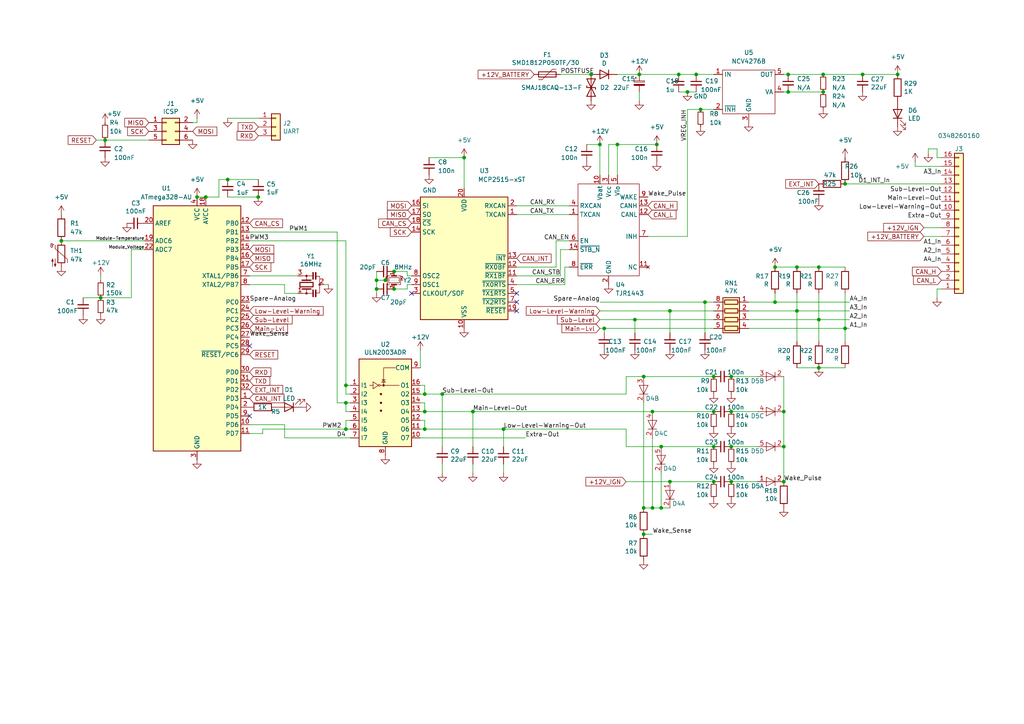
<source format=kicad_sch>
(kicad_sch (version 20230121) (generator eeschema)
  (paper "A4")
  (junction (at 190.5 41.91))
  (junction (at 74.8761 57.15))
  (junction (at 204.47 87.63))
  (junction (at 123.19 119.38))
  (junction (at 123.19 124.46))
  (junction (at 189.23 147.32))
  (junction (at 227.33 119.38))
  (junction (at 194.31 90.17))
  (junction (at 227.33 139.7))
  (junction (at 228.6 26.67))
  (junction (at 186.69 147.32))
  (junction (at 207.01 139.7))
  (junction (at 191.77 147.32))
  (junction (at 245.11 95.25))
  (junction (at 184.15 92.71))
  (junction (at 185.42 21.59))
  (junction (at 100.33 124.46))
  (junction (at 186.69 109.22))
  (junction (at 171.45 21.59))
  (junction (at 59.69 57.15))
  (junction (at 194.31 139.7))
  (junction (at 189.23 119.38))
  (junction (at 173.99 41.91))
  (junction (at 238.76 26.67))
  (junction (at 231.14 90.17))
  (junction (at 250.19 21.59))
  (junction (at 114.3 78.74))
  (junction (at 237.49 106.68))
  (junction (at 17.78 69.85))
  (junction (at 123.19 114.3))
  (junction (at 231.14 77.47))
  (junction (at 201.93 21.59))
  (junction (at 196.85 21.59))
  (junction (at 134.62 45.72))
  (junction (at 228.6 21.59))
  (junction (at 66.04 52.07))
  (junction (at 207.01 129.54))
  (junction (at 224.79 87.63))
  (junction (at 179.07 41.91))
  (junction (at 109.22 83.82))
  (junction (at 146.05 124.46))
  (junction (at 109.22 81.28))
  (junction (at 212.09 139.7))
  (junction (at 137.16 119.38))
  (junction (at 100.33 111.76))
  (junction (at 237.49 92.71))
  (junction (at 114.3 83.82))
  (junction (at 207.01 109.22))
  (junction (at 186.69 154.94))
  (junction (at 175.26 95.25))
  (junction (at 212.09 129.54))
  (junction (at 30.48 40.64))
  (junction (at 227.33 129.54))
  (junction (at 224.79 77.47))
  (junction (at 207.01 119.38))
  (junction (at 212.09 109.22))
  (junction (at 212.09 119.38))
  (junction (at 29.21 86.36))
  (junction (at 260.35 21.59))
  (junction (at 245.11 53.34))
  (junction (at 111.76 81.28))
  (junction (at 203.2 31.75))
  (junction (at 237.49 77.47))
  (junction (at 57.15 57.15))
  (junction (at 128.27 114.3))
  (junction (at 238.76 21.59))
  (junction (at 199.39 26.67) (diameter 0.9144))
  (junction (at 100.33 116.84))
  (junction (at 191.77 129.54))
  (no_connect (at 149.86 85.09))
  (no_connect (at 149.86 90.17))
  (no_connect (at 72.39 120.65))
  (no_connect (at 149.86 87.63))
  (no_connect (at 119.38 85.09))
  (no_connect (at 72.39 100.33))
  (wire (pts (xy 227.33 109.22) (xy 227.33 119.38)))
  (wire (pts (xy 82.55 85.09) (xy 86.36 85.09)))
  (wire (pts (xy 66.04 34.29) (xy 74.93 34.29)))
  (wire (pts (xy 128.27 137.16) (xy 128.27 134.62)))
  (wire (pts (xy 17.78 69.85) (xy 41.91 69.85)))
  (wire (pts (xy 128.27 114.3) (xy 128.27 129.54)))
  (wire (pts (xy 212.09 129.54) (xy 219.71 129.54)))
  (wire (pts (xy 186.69 109.22) (xy 207.01 109.22)))
  (wire (pts (xy 173.99 41.91) (xy 170.18 41.91)))
  (wire (pts (xy 228.6 26.67) (xy 238.76 26.67)))
  (wire (pts (xy 118.11 80.01) (xy 119.38 80.01)))
  (wire (pts (xy 237.49 77.47) (xy 245.11 77.47)))
  (wire (pts (xy 224.79 77.47) (xy 231.14 77.47)))
  (wire (pts (xy 224.79 87.63) (xy 217.17 87.63)))
  (wire (pts (xy 237.49 92.71) (xy 237.49 99.06)))
  (wire (pts (xy 72.39 82.55) (xy 82.55 82.55)))
  (wire (pts (xy 30.48 40.64) (xy 43.18 40.64)))
  (wire (pts (xy 82.55 82.55) (xy 82.55 85.09)))
  (wire (pts (xy 217.17 92.71) (xy 237.49 92.71)))
  (wire (pts (xy 59.69 57.15) (xy 63.5 57.15)))
  (wire (pts (xy 118.11 82.55) (xy 118.11 83.82)))
  (wire (pts (xy 185.42 26.67) (xy 185.42 29.21)))
  (wire (pts (xy 212.09 119.38) (xy 219.71 119.38)))
  (wire (pts (xy 212.09 139.7) (xy 219.71 139.7)))
  (wire (pts (xy 191.77 147.32) (xy 194.31 147.32)))
  (wire (pts (xy 109.22 81.28) (xy 109.22 83.82)))
  (wire (pts (xy 123.19 119.38) (xy 137.16 119.38)))
  (wire (pts (xy 189.23 119.38) (xy 207.01 119.38)))
  (wire (pts (xy 191.77 129.54) (xy 207.01 129.54)))
  (wire (pts (xy 199.39 31.75) (xy 203.2 31.75)))
  (wire (pts (xy 176.53 50.8) (xy 176.53 41.91)))
  (wire (pts (xy 173.99 92.71) (xy 184.15 92.71)))
  (wire (pts (xy 217.17 95.25) (xy 245.11 95.25)))
  (wire (pts (xy 97.79 67.31) (xy 72.39 67.31)))
  (wire (pts (xy 204.47 87.63) (xy 207.01 87.63)))
  (wire (pts (xy 76.2 125.73) (xy 72.39 125.73)))
  (wire (pts (xy 121.92 116.84) (xy 123.19 116.84)))
  (wire (pts (xy 162.56 72.39) (xy 165.1 72.39)))
  (wire (pts (xy 173.99 95.25) (xy 175.26 95.25)))
  (wire (pts (xy 146.05 124.46) (xy 123.19 124.46)))
  (wire (pts (xy 201.93 21.59) (xy 207.01 21.59)))
  (wire (pts (xy 66.04 57.15) (xy 74.8761 57.15)))
  (wire (pts (xy 273.05 83.82) (xy 271.78 83.82)))
  (wire (pts (xy 199.39 68.58) (xy 199.39 31.75)))
  (wire (pts (xy 199.39 26.67) (xy 201.93 26.67)))
  (wire (pts (xy 204.47 87.63) (xy 204.47 96.52)))
  (wire (pts (xy 123.19 114.3) (xy 128.27 114.3)))
  (wire (pts (xy 186.69 116.84) (xy 186.69 147.32)))
  (wire (pts (xy 271.78 83.82) (xy 271.78 86.36)))
  (wire (pts (xy 121.92 121.92) (xy 123.19 121.92)))
  (wire (pts (xy 237.49 85.09) (xy 237.49 92.71)))
  (wire (pts (xy 137.16 119.38) (xy 137.16 129.54)))
  (wire (pts (xy 271.78 45.72) (xy 271.78 43.18)))
  (wire (pts (xy 224.79 87.63) (xy 246.38 87.63)))
  (wire (pts (xy 185.42 21.59) (xy 196.85 21.59)))
  (wire (pts (xy 101.6 111.76) (xy 100.33 111.76)))
  (wire (pts (xy 63.5 57.15) (xy 63.5 52.07)))
  (wire (pts (xy 119.38 82.55) (xy 118.11 82.55)))
  (wire (pts (xy 29.21 80.01) (xy 29.21 81.28)))
  (wire (pts (xy 57.15 57.15) (xy 59.69 57.15)))
  (wire (pts (xy 27.94 40.64) (xy 30.48 40.64)))
  (wire (pts (xy 273.05 45.72) (xy 271.78 45.72)))
  (wire (pts (xy 101.6 124.46) (xy 100.33 124.46)))
  (wire (pts (xy 187.96 68.58) (xy 199.39 68.58)))
  (wire (pts (xy 76.2 124.46) (xy 76.2 125.73)))
  (wire (pts (xy 231.14 85.09) (xy 231.14 90.17)))
  (wire (pts (xy 238.76 21.59) (xy 250.19 21.59)))
  (wire (pts (xy 227.33 26.67) (xy 228.6 26.67)))
  (wire (pts (xy 123.19 116.84) (xy 123.19 119.38)))
  (wire (pts (xy 194.31 90.17) (xy 194.31 96.52)))
  (wire (pts (xy 181.61 109.22) (xy 186.69 109.22)))
  (wire (pts (xy 66.04 52.07) (xy 74.93 52.07)))
  (wire (pts (xy 186.69 147.32) (xy 189.23 147.32)))
  (wire (pts (xy 250.19 21.59) (xy 260.35 21.59)))
  (wire (pts (xy 146.05 134.62) (xy 146.05 137.16)))
  (wire (pts (xy 149.86 59.69) (xy 165.1 59.69)))
  (wire (pts (xy 38.1 72.39) (xy 41.91 72.39)))
  (wire (pts (xy 101.6 121.92) (xy 100.33 121.92)))
  (wire (pts (xy 97.79 116.84) (xy 97.79 67.31)))
  (wire (pts (xy 162.56 80.01) (xy 162.56 72.39)))
  (wire (pts (xy 97.79 116.84) (xy 100.33 116.84)))
  (wire (pts (xy 162.56 21.59) (xy 171.45 21.59)))
  (wire (pts (xy 82.55 123.19) (xy 82.55 127)))
  (wire (pts (xy 269.24 43.18) (xy 269.24 44.45)))
  (wire (pts (xy 123.19 124.46) (xy 121.92 124.46)))
  (wire (pts (xy 189.23 127) (xy 189.23 147.32)))
  (wire (pts (xy 227.33 119.38) (xy 227.33 129.54)))
  (wire (pts (xy 173.99 41.91) (xy 173.99 50.8)))
  (wire (pts (xy 38.1 86.36) (xy 38.1 72.39)))
  (wire (pts (xy 227.33 129.54) (xy 227.33 139.7)))
  (wire (pts (xy 149.86 80.01) (xy 162.56 80.01)))
  (wire (pts (xy 100.33 116.84) (xy 100.33 119.38)))
  (wire (pts (xy 237.49 92.71) (xy 246.38 92.71)))
  (wire (pts (xy 181.61 114.3) (xy 181.61 109.22)))
  (wire (pts (xy 184.15 92.71) (xy 184.15 96.52)))
  (wire (pts (xy 186.69 154.94) (xy 189.23 154.94)))
  (wire (pts (xy 114.3 83.82) (xy 118.11 83.82)))
  (wire (pts (xy 231.14 90.17) (xy 246.38 90.17)))
  (wire (pts (xy 224.79 85.09) (xy 224.79 87.63)))
  (wire (pts (xy 74.8761 57.15) (xy 74.93 57.15)))
  (wire (pts (xy 128.27 114.3) (xy 181.61 114.3)))
  (wire (pts (xy 63.5 52.07) (xy 66.04 52.07)))
  (wire (pts (xy 123.19 119.38) (xy 121.92 119.38)))
  (wire (pts (xy 196.85 26.67) (xy 199.39 26.67)))
  (wire (pts (xy 121.92 114.3) (xy 123.19 114.3)))
  (wire (pts (xy 57.15 35.56) (xy 57.15 34.29)))
  (wire (pts (xy 245.11 106.68) (xy 237.49 106.68)))
  (wire (pts (xy 118.11 78.74) (xy 118.11 80.01)))
  (wire (pts (xy 100.33 121.92) (xy 100.33 124.46)))
  (wire (pts (xy 181.61 129.54) (xy 191.77 129.54)))
  (wire (pts (xy 149.86 82.55) (xy 163.83 82.55)))
  (wire (pts (xy 95.25 82.55) (xy 93.98 82.55)))
  (wire (pts (xy 123.19 111.76) (xy 123.19 114.3)))
  (wire (pts (xy 100.33 119.38) (xy 101.6 119.38)))
  (wire (pts (xy 231.14 90.17) (xy 231.14 99.06)))
  (wire (pts (xy 76.2 124.46) (xy 100.33 124.46)))
  (wire (pts (xy 273.05 48.26) (xy 265.43 48.26)))
  (wire (pts (xy 191.77 137.16) (xy 191.77 147.32)))
  (wire (pts (xy 137.16 119.38) (xy 189.23 119.38)))
  (wire (pts (xy 29.21 86.36) (xy 38.1 86.36)))
  (wire (pts (xy 72.39 80.01) (xy 86.36 80.01)))
  (wire (pts (xy 203.2 31.75) (xy 207.01 31.75)))
  (wire (pts (xy 121.92 111.76) (xy 123.19 111.76)))
  (wire (pts (xy 124.46 45.72) (xy 134.62 45.72)))
  (wire (pts (xy 173.99 87.63) (xy 204.47 87.63)))
  (wire (pts (xy 111.76 81.28) (xy 116.84 81.28)) (stroke (width 0) (type dot)))
  (wire (pts (xy 184.15 92.71) (xy 207.01 92.71)))
  (wire (pts (xy 217.17 90.17) (xy 231.14 90.17)))
  (wire (pts (xy 100.33 111.76) (xy 100.33 114.3)))
  (wire (pts (xy 100.33 69.85) (xy 100.33 111.76)))
  (wire (pts (xy 163.83 77.47) (xy 165.1 77.47)))
  (wire (pts (xy 245.11 95.25) (xy 245.11 99.06)))
  (wire (pts (xy 175.26 95.25) (xy 175.26 96.52)))
  (wire (pts (xy 179.07 41.91) (xy 179.07 50.8)))
  (wire (pts (xy 134.62 45.72) (xy 134.62 54.61)))
  (wire (pts (xy 176.53 41.91) (xy 179.07 41.91)))
  (wire (pts (xy 265.43 48.26) (xy 265.43 46.99)))
  (wire (pts (xy 179.07 21.59) (xy 185.42 21.59)))
  (wire (pts (xy 267.97 66.04) (xy 273.05 66.04)))
  (wire (pts (xy 121.92 127) (xy 152.4 127)))
  (wire (pts (xy 271.78 43.18) (xy 269.24 43.18)))
  (wire (pts (xy 237.49 106.68) (xy 231.14 106.68)))
  (wire (pts (xy 267.97 68.58) (xy 273.05 68.58)))
  (wire (pts (xy 231.14 77.47) (xy 237.49 77.47)))
  (wire (pts (xy 245.11 53.34) (xy 273.05 53.34)))
  (wire (pts (xy 173.99 90.17) (xy 194.31 90.17)))
  (wire (pts (xy 194.31 139.7) (xy 207.01 139.7)))
  (wire (pts (xy 109.22 78.74) (xy 109.22 81.28)))
  (wire (pts (xy 175.26 95.25) (xy 207.01 95.25)))
  (wire (pts (xy 109.22 81.28) (xy 111.76 81.28)))
  (wire (pts (xy 123.19 121.92) (xy 123.19 124.46)))
  (wire (pts (xy 245.11 85.09) (xy 245.11 95.25)))
  (wire (pts (xy 121.92 101.6) (xy 121.92 106.68)))
  (wire (pts (xy 161.29 69.85) (xy 165.1 69.85)))
  (wire (pts (xy 137.16 134.62) (xy 137.16 137.16)))
  (wire (pts (xy 161.29 77.47) (xy 161.29 69.85)))
  (wire (pts (xy 100.33 114.3) (xy 101.6 114.3)))
  (wire (pts (xy 82.55 123.19) (xy 72.39 123.19)))
  (wire (pts (xy 55.88 35.56) (xy 57.15 35.56)))
  (wire (pts (xy 190.5 41.91) (xy 179.07 41.91)))
  (wire (pts (xy 109.22 83.82) (xy 109.22 85.09)))
  (wire (pts (xy 228.6 21.59) (xy 238.76 21.59)))
  (wire (pts (xy 194.31 90.17) (xy 207.01 90.17)))
  (wire (pts (xy 146.05 124.46) (xy 181.61 124.46)))
  (wire (pts (xy 149.86 62.23) (xy 165.1 62.23)))
  (wire (pts (xy 163.83 82.55) (xy 163.83 77.47)))
  (wire (pts (xy 181.61 124.46) (xy 181.61 129.54)))
  (wire (pts (xy 100.33 69.85) (xy 72.39 69.85)))
  (wire (pts (xy 146.05 124.46) (xy 146.05 129.54)))
  (wire (pts (xy 101.6 116.84) (xy 100.33 116.84)))
  (wire (pts (xy 189.23 147.32) (xy 191.77 147.32)))
  (wire (pts (xy 82.55 127) (xy 101.6 127)))
  (wire (pts (xy 212.09 109.22) (xy 219.71 109.22)))
  (wire (pts (xy 227.33 21.59) (xy 228.6 21.59)))
  (wire (pts (xy 114.3 78.74) (xy 118.11 78.74)))
  (wire (pts (xy 196.85 21.59) (xy 201.93 21.59)))
  (wire (pts (xy 149.86 77.47) (xy 161.29 77.47)))
  (wire (pts (xy 245.11 95.25) (xy 246.38 95.25)))
  (wire (pts (xy 181.61 139.7) (xy 194.31 139.7)))
  (wire (pts (xy 29.21 86.36) (xy 24.13 86.36)))
  (label "Wake_Sense" (at 72.39 97.79 0))
  (label "PWM1" (at 83.82 67.31 0))
  (label "CAN_STB" (at 162.56 80.01 180))
  (label "Sub-Level-Out" (at 273.05 55.88 180))
  (label "Low-Level-Warning-Out" (at 273.05 60.96 180))
  (label "Sub-Level-Out" (at 128.27 114.3 0))
  (label "Module-Temperature" (at 41.91 69.85 180) (effects (font (size 0.889 0.889))))
  (label "Extra-Out" (at 152.4 127 0))
  (label "Spare-Analog" (at 72.39 87.63 0))
  (label "PWM2" (at 99.06 124.46 180))
  (label "D1_INT_In" (at 248.92 53.34 0))
  (label "CAN_TX" (at 153.67 62.23 0))
  (label "CAN_ERR" (at 163.83 82.55 180))
  (label "VREG_INH" (at 199.39 31.75 270))
  (label "A1_In" (at 273.05 71.12 180))
  (label "CAN_RX" (at 153.67 59.69 0))
  (label "D4" (at 100.33 127 180))
  (label "Main-Level-Out" (at 273.05 58.42 180))
  (label "Main-Level-Out" (at 137.16 119.38 0))
  (label "A2_In" (at 273.05 73.66 180))
  (label "A4_In" (at 246.38 87.63 0))
  (label "A3_In" (at 273.05 50.8 180))
  (label "Wake_Sense" (at 189.23 154.94 0))
  (label "POSTFUSE" (at 162.56 21.59 0))
  (label "Low-Level-Warning-Out" (at 146.05 124.46 0))
  (label "Extra-Out" (at 273.05 63.5 180))
  (label "Wake_Pulse" (at 227.33 139.7 0))
  (label "Module_Voltage" (at 41.91 72.39 180) (effects (font (size 0.889 0.889))))
  (label "CAN_EN" (at 165.1 69.85 180))
  (label "PWM3" (at 72.39 69.85 0))
  (label "A3_In" (at 246.38 90.17 0))
  (label "A1_In" (at 246.38 95.25 0))
  (label "A4_In" (at 273.05 76.2 180))
  (label "Wake_Pulse" (at 187.96 57.15 0))
  (label "A2_In" (at 246.38 92.71 0))
  (label "Spare-Analog" (at 173.99 87.63 180))
  (global_label "TXD" (shape input) (at 72.39 110.49 0) (property "Intersheetrefs" "${INTERSHEET_REFS}" (effects hide)))
  (global_label "SCK" (shape input) (at 119.38 67.31 180) (property "Intersheetrefs" "${INTERSHEET_REFS}" (effects hide)))
  (global_label "Main-Lvl" (shape input) (at 72.39 95.25 0) (property "Intersheetrefs" "${INTERSHEET_REFS}" (effects hide)))
  (global_label "MOSI" (shape input) (at 55.88 38.1 0) (property "Intersheetrefs" "${INTERSHEET_REFS}" (effects hide)))
  (global_label "+12V_BATTERY" (shape input) (at 267.97 68.58 180) (property "Intersheetrefs" "${INTERSHEET_REFS}" (effects hide)))
  (global_label "RESET" (shape input) (at 72.39 102.87 0) (property "Intersheetrefs" "${INTERSHEET_REFS}" (effects hide)))
  (global_label "MISO" (shape input) (at 72.39 74.93 0) (property "Intersheetrefs" "${INTERSHEET_REFS}" (effects hide)))
  (global_label "TXD" (shape input) (at 74.93 36.83 180) (property "Intersheetrefs" "${INTERSHEET_REFS}" (effects hide)))
  (global_label "RESET" (shape input) (at 27.94 40.64 180) (property "Intersheetrefs" "${INTERSHEET_REFS}" (effects hide)))
  (global_label "MOSI" (shape input) (at 72.39 72.39 0) (property "Intersheetrefs" "${INTERSHEET_REFS}" (effects hide)))
  (global_label "Low-Level-Warning" (shape input) (at 173.99 90.17 180) (property "Intersheetrefs" "${INTERSHEET_REFS}" (effects hide)))
  (global_label "SCK" (shape input) (at 72.39 77.47 0) (property "Intersheetrefs" "${INTERSHEET_REFS}" (effects hide)))
  (global_label "SCK" (shape input) (at 43.18 38.1 180) (property "Intersheetrefs" "${INTERSHEET_REFS}" (effects hide)))
  (global_label "MOSI" (shape input) (at 119.38 59.69 180) (property "Intersheetrefs" "${INTERSHEET_REFS}" (effects hide)))
  (global_label "CAN_CS" (shape input) (at 72.39 64.77 0) (property "Intersheetrefs" "${INTERSHEET_REFS}" (effects hide)))
  (global_label "Sub-Level" (shape input) (at 173.99 92.71 180) (property "Intersheetrefs" "${INTERSHEET_REFS}" (effects hide)))
  (global_label "EXT_INT" (shape input) (at 237.49 53.34 180) (property "Intersheetrefs" "${INTERSHEET_REFS}" (effects hide)))
  (global_label "CAN_L" (shape input) (at 187.96 62.23 0) (property "Intersheetrefs" "${INTERSHEET_REFS}" (effects hide)))
  (global_label "CAN_H" (shape input) (at 273.05 78.74 180) (property "Intersheetrefs" "${INTERSHEET_REFS}" (effects hide)))
  (global_label "CAN_L" (shape input) (at 273.05 81.28 180) (property "Intersheetrefs" "${INTERSHEET_REFS}" (effects hide)))
  (global_label "CAN_INT" (shape input) (at 149.86 74.93 0) (property "Intersheetrefs" "${INTERSHEET_REFS}" (effects hide)))
  (global_label "MISO" (shape input) (at 43.18 35.56 180) (property "Intersheetrefs" "${INTERSHEET_REFS}" (effects hide)))
  (global_label "Sub-Level" (shape input) (at 72.39 92.71 0) (property "Intersheetrefs" "${INTERSHEET_REFS}" (effects hide)))
  (global_label "RXD" (shape input) (at 74.93 39.37 180) (property "Intersheetrefs" "${INTERSHEET_REFS}" (effects hide)))
  (global_label "EXT_INT" (shape input) (at 72.39 113.03 0) (property "Intersheetrefs" "${INTERSHEET_REFS}" (effects hide)))
  (global_label "Main-Lvl" (shape input) (at 173.99 95.25 180) (property "Intersheetrefs" "${INTERSHEET_REFS}" (effects hide)))
  (global_label "+12V_IGN" (shape input) (at 181.61 139.7 180) (property "Intersheetrefs" "${INTERSHEET_REFS}" (effects hide)))
  (global_label "CAN_H" (shape input) (at 187.96 59.69 0) (property "Intersheetrefs" "${INTERSHEET_REFS}" (effects hide)))
  (global_label "Low-Level-Warning" (shape input) (at 72.39 90.17 0) (property "Intersheetrefs" "${INTERSHEET_REFS}" (effects hide)))
  (global_label "CAN_CS" (shape input) (at 119.38 64.77 180) (property "Intersheetrefs" "${INTERSHEET_REFS}" (effects hide)))
  (global_label "CAN_INT" (shape input) (at 72.39 115.57 0) (property "Intersheetrefs" "${INTERSHEET_REFS}" (effects hide)))
  (global_label "RXD" (shape input) (at 72.39 107.95 0) (property "Intersheetrefs" "${INTERSHEET_REFS}" (effects hide)))
  (global_label "+12V_BATTERY" (shape input) (at 154.94 21.59 180) (property "Intersheetrefs" "${INTERSHEET_REFS}" (effects hide)))
  (global_label "+12V_IGN" (shape input) (at 267.97 66.04 180) (property "Intersheetrefs" "${INTERSHEET_REFS}" (effects hide)))
  (global_label "MISO" (shape input) (at 119.38 62.23 180) (property "Intersheetrefs" "${INTERSHEET_REFS}" (effects hide)))
  (symbol (lib_id "Device:Resonator_Small") (at 88.9 82.55 90) (unit 1)
    (property "Reference" "Y1" (at 90.17 74.295 90))
    (property "Value" "16MHz" (at 90.17 76.6064 90))
    (property "Footprint" "Crystal:Resonator_SMD_Murata_CSTxExxV-3Pin_3.0x1.1mm_HandSoldering" (effects hide))
    (property "Datasheet" "https://datasheet.lcsc.com/szlcsc/1912111437_Murata-Electronics-CSTNE16M0V530000R0_C341521.pdf" (effects hide))
    (property "Part" "CSTNE16M0V530000R0 " (effects hide))
  )
  (symbol (lib_id "Device:R") (at 245.11 81.28 0) (mirror y) (unit 1)
    (property "Reference" "R27" (at 243.332 80.1116 0) (effects (justify left)))
    (property "Value" "R" (at 243.332 82.423 0) (effects (justify left)))
    (property "Footprint" "Resistor_THT:R_Axial_DIN0207_L6.3mm_D2.5mm_P7.62mm_Horizontal" (effects hide))
  )
  (symbol (lib_id "Device:R") (at 237.49 81.28 0) (mirror y) (unit 1)
    (property "Reference" "R21" (at 235.712 80.1116 0) (effects (justify left)))
    (property "Value" "R" (at 235.712 82.423 0) (effects (justify left)))
    (property "Footprint" "Resistor_THT:R_Axial_DIN0207_L6.3mm_D2.5mm_P7.62mm_Horizontal" (effects hide))
  )
  (symbol (lib_id "Device:C_Small") (at 30.48 43.18 180) (unit 1)
    (property "Reference" "C2" (at 33.02 43.18 0) (effects (justify right)))
    (property "Value" "100nF" (at 33.02 45.72 0) (effects (justify right)))
    (property "Footprint" "Capacitor_SMD:C_0805_2012Metric_Pad1.18x1.45mm_HandSolder" (effects hide))
  )
  (symbol (lib_id "Device:C_Small") (at 184.15 99.06 0) (mirror x) (unit 1)
    (property "Reference" "C14" (at 190.5 99.06 0) (effects (justify right)))
    (property "Value" "100nF" (at 190.5 101.6 0) (effects (justify right)))
    (property "Footprint" "Capacitor_SMD:C_0805_2012Metric_Pad1.18x1.45mm_HandSolder" (effects hide))
  )
  (symbol (lib_id "Device:C_Small") (at 175.26 99.06 0) (mirror x) (unit 1)
    (property "Reference" "C13" (at 180.34 99.06 0) (effects (justify right)))
    (property "Value" "100nF" (at 181.61 101.6 0) (effects (justify right)))
    (property "Footprint" "Capacitor_SMD:C_0805_2012Metric_Pad1.18x1.45mm_HandSolder" (effects hide))
  )
  (symbol (lib_id "Device:Polyfuse") (at 158.75 21.59 270) (unit 1)
    (property "Reference" "F1" (at 158.75 15.875 90))
    (property "Value" "SMD1812P050TF/30 " (at 158.75 18.1864 90))
    (property "Footprint" "Resistor_SMD:R_1812_4532Metric" (effects hide))
  )
  (symbol (lib_id "Device:Crystal_GND24_Small") (at 114.3 81.28 90) (mirror x) (unit 1)
    (property "Reference" "Y2" (at 116.84 81.28 90) (effects (justify right)))
    (property "Value" "8MHz" (at 114.3 77.47 90) (effects (justify right)))
    (property "Footprint" "Crystal:Crystal_SMD_5032-4Pin_5.0x3.2mm" (effects hide))
  )
  (symbol (lib_id "Device:C_Small") (at 111.76 78.74 270) (unit 1)
    (property "Reference" "C6" (at 111.76 76.2 90))
    (property "Value" "20pF" (at 106.68 77.47 90))
    (property "Footprint" "Capacitor_SMD:C_0805_2012Metric_Pad1.18x1.45mm_HandSolder" (effects hide))
  )
  (symbol (lib_id "Device:C_Small") (at 111.76 83.82 270) (unit 1)
    (property "Reference" "C7" (at 111.76 86.36 90))
    (property "Value" "20pF" (at 115.57 87.63 90))
    (property "Footprint" "Capacitor_SMD:C_0805_2012Metric_Pad1.18x1.45mm_HandSolder" (effects hide))
  )
  (symbol (lib_id "Device:R_Pack04") (at 212.09 92.71 90) (mirror x) (unit 1)
    (property "Reference" "RN1" (at 212.09 82.1182 90))
    (property "Value" "47K" (at 212.09 84.4296 90))
    (property "Footprint" "Resistor_SMD:R_Array_Convex_4x0603" (effects hide))
  )
  (symbol (lib_id "Device:R") (at 231.14 81.28 0) (mirror y) (unit 1)
    (property "Reference" "R19" (at 229.362 80.1116 0) (effects (justify left)))
    (property "Value" "R" (at 229.362 82.423 0) (effects (justify left)))
    (property "Footprint" "Resistor_THT:R_Axial_DIN0207_L6.3mm_D2.5mm_P7.62mm_Horizontal" (effects hide))
  )
  (symbol (lib_id "power:+12V") (at 185.42 21.59 0) (unit 1)
    (property "Reference" "#PWR032" (effects hide))
    (property "Value" "+12V" (at 185.42 17.78 0))
  )
  (symbol (lib_id "Device:C_Small") (at 204.47 99.06 0) (mirror x) (unit 1)
    (property "Reference" "C20" (at 209.55 97.79 0) (effects (justify right)))
    (property "Value" "100nF" (at 210.82 101.6 0) (effects (justify right)))
    (property "Footprint" "Capacitor_SMD:C_0805_2012Metric_Pad1.18x1.45mm_HandSolder" (effects hide))
  )
  (symbol (lib_id "Device:C_Small") (at 190.5 44.45 0) (mirror x) (unit 1)
    (property "Reference" "C16" (at 187.96 43.18 0) (effects (justify right)))
    (property "Value" "100n" (at 187.96 45.72 0) (effects (justify right)))
    (property "Footprint" "Capacitor_SMD:C_0805_2012Metric_Pad1.18x1.45mm_HandSolder" (effects hide))
  )
  (symbol (lib_id "Interface_CAN_LIN:MCP2515-xST") (at 134.62 74.93 0) (unit 1)
    (property "Reference" "U3" (at 140.462 49.53 0))
    (property "Value" "MCP2515-xST" (at 145.542 52.07 0))
    (property "Footprint" "Package_SO:TSSOP-20_4.4x6.5mm_P0.65mm" (effects hide))
    (property "Datasheet" "http://ww1.microchip.com/downloads/en/DeviceDoc/21801e.pdf" (effects hide))
  )
  (symbol (lib_id "Device:C_Small") (at 124.46 48.26 180) (unit 1)
    (property "Reference" "C8" (at 127 46.99 0) (effects (justify right)))
    (property "Value" "100n" (at 127 49.53 0) (effects (justify right)))
    (property "Footprint" "Capacitor_SMD:C_0805_2012Metric_Pad1.18x1.45mm_HandSolder" (effects hide))
  )
  (symbol (lib_id "power:GND") (at 124.46 50.8 0) (unit 1)
    (property "Reference" "#PWR020" (effects hide))
    (property "Value" "GND" (at 124.587 55.1942 0))
  )
  (symbol (lib_id "Device:CP_Small") (at 185.42 24.13 0) (unit 1)
    (property "Reference" "C15" (at 180.34 22.86 0) (effects (justify left)))
    (property "Value" "22uF" (at 177.8 25.4 0) (effects (justify left)))
    (property "Footprint" "Capacitor_SMD:CP_Elec_5x5.7" (effects hide))
  )
  (symbol (lib_id "Device:R_Small") (at 29.21 83.82 0) (unit 1)
    (property "Reference" "R2" (at 30.7086 82.6516 0) (effects (justify left)))
    (property "Value" "150k" (at 30.7086 84.963 0) (effects (justify left)))
    (property "Footprint" "Resistor_SMD:R_0805_2012Metric_Pad1.20x1.40mm_HandSolder" (effects hide))
  )
  (symbol (lib_id "Device:R_Small") (at 29.21 88.9 0) (unit 1)
    (property "Reference" "R3" (at 30.7086 87.7316 0) (effects (justify left)))
    (property "Value" "47k" (at 30.7086 90.043 0) (effects (justify left)))
    (property "Footprint" "Resistor_SMD:R_0805_2012Metric_Pad1.20x1.40mm_HandSolder" (effects hide))
  )
  (symbol (lib_id "Device:C_Small") (at 24.13 88.9 180) (unit 1)
    (property "Reference" "C1" (at 19.05 87.63 0) (effects (justify right)))
    (property "Value" "100nF" (at 16.51 90.17 0) (effects (justify right)))
    (property "Footprint" "Capacitor_SMD:C_0805_2012Metric_Pad1.18x1.45mm_HandSolder" (effects hide))
  )
  (symbol (lib_id "Connector_Generic:Conn_01x03") (at 80.01 36.83 0) (unit 1)
    (property "Reference" "J2" (at 82.042 35.7632 0) (effects (justify left)))
    (property "Value" "UART" (at 82.042 38.0746 0) (effects (justify left)))
    (property "Footprint" "Connector_PinSocket_2.54mm:PinSocket_1x03_P2.54mm_Vertical" (effects hide))
  )
  (symbol (lib_id "Device:D") (at 175.26 21.59 180) (unit 1)
    (property "Reference" "D3" (at 175.26 16.0782 0))
    (property "Value" "D" (at 175.26 18.3896 0))
    (property "Footprint" "Diode_SMD:D_SMA" (effects hide))
  )
  (symbol (lib_id "Device:C_Small") (at 170.18 44.45 0) (mirror x) (unit 1)
    (property "Reference" "C12" (at 167.64 43.18 0) (effects (justify right)))
    (property "Value" "100n" (at 167.64 45.72 0) (effects (justify right)))
    (property "Footprint" "Capacitor_SMD:C_0805_2012Metric_Pad1.18x1.45mm_HandSolder" (effects hide))
  )
  (symbol (lib_id "Device:R") (at 245.11 102.87 0) (mirror y) (unit 1)
    (property "Reference" "R28" (at 243.332 101.7016 0) (effects (justify left)))
    (property "Value" "R" (at 243.332 104.013 0) (effects (justify left)))
    (property "Footprint" "Resistor_THT:R_Axial_DIN0207_L6.3mm_D2.5mm_P7.62mm_Horizontal" (effects hide))
  )
  (symbol (lib_id "Device:R") (at 237.49 102.87 0) (mirror y) (unit 1)
    (property "Reference" "R22" (at 235.712 101.7016 0) (effects (justify left)))
    (property "Value" "R" (at 235.712 104.013 0) (effects (justify left)))
    (property "Footprint" "Resistor_THT:R_Axial_DIN0207_L6.3mm_D2.5mm_P7.62mm_Horizontal" (effects hide))
  )
  (symbol (lib_id "Device:R") (at 231.14 102.87 0) (mirror y) (unit 1)
    (property "Reference" "R20" (at 229.362 101.7016 0) (effects (justify left)))
    (property "Value" "R" (at 229.362 104.013 0) (effects (justify left)))
    (property "Footprint" "Resistor_THT:R_Axial_DIN0207_L6.3mm_D2.5mm_P7.62mm_Horizontal" (effects hide))
  )
  (symbol (lib_id "Transistor_Array:ULN2003A") (at 111.76 116.84 0) (unit 1)
    (property "Reference" "U2" (at 111.76 99.8982 0))
    (property "Value" "ULN2003ADR" (at 111.76 102.2096 0))
    (property "Footprint" "Package_SO:SOIC-16_3.9x9.9mm_P1.27mm" (effects hide))
    (property "Datasheet" "http://www.ti.com/lit/ds/symlink/uln2003a.pdf" (effects hide))
  )
  (symbol (lib_id "Device:R") (at 76.2 118.11 90) (unit 1)
    (property "Reference" "R5" (at 81.28 119.38 90) (effects (justify left)))
    (property "Value" "1K" (at 77.47 118.11 90) (effects (justify left)))
    (property "Footprint" "Resistor_SMD:R_0805_2012Metric_Pad1.20x1.40mm_HandSolder" (effects hide))
  )
  (symbol (lib_id "MCU_Microchip_ATmega:ATmega328-AU") (at 57.15 95.25 0) (unit 1)
    (property "Reference" "U1" (at 48.26 54.61 0))
    (property "Value" "ATmega328-AU" (at 48.26 57.15 0))
    (property "Footprint" "Package_QFP:TQFP-32_7x7mm_P0.8mm" (effects hide))
    (property "Datasheet" "http://ww1.microchip.com/downloads/en/DeviceDoc/ATmega328_P%20AVR%20MCU%20with%20picoPower%20Technology%20Data%20Sheet%2040001984A.pdf" (effects hide))
  )
  (symbol (lib_id "Connector_Generic:Conn_01x16") (at 278.13 66.04 0) (mirror x) (unit 1)
    (property "Reference" "J3" (at 278.13 43.18 0))
    (property "Value" "0348260160" (at 278.13 39.37 0))
    (property "Footprint" "Molex_34826:0348260160" (effects hide))
  )
  (symbol (lib_id "power:GND") (at 128.27 137.16 0) (unit 1)
    (property "Reference" "#PWR021" (effects hide))
    (property "Value" "GND" (effects hide))
  )
  (symbol (lib_id "Device:C_Small") (at 128.27 132.08 0) (unit 1)
    (property "Reference" "C9" (at 130.6068 130.9116 0) (effects (justify left)))
    (property "Value" "22uF" (at 130.6068 133.223 0) (effects (justify left)))
    (property "Footprint" "Capacitor_SMD:C_0805_2012Metric_Pad1.18x1.45mm_HandSolder" (effects hide))
    (property "P/N" "CL32B226MOJNNNE" (effects hide))
  )
  (symbol (lib_id "Connector_Generic:Conn_02x03_Odd_Even") (at 48.26 38.1 0) (unit 1)
    (property "Reference" "J1" (at 49.53 30.0482 0))
    (property "Value" "ICSP" (at 49.53 32.3596 0))
    (property "Footprint" "Connector_PinHeader_2.54mm:PinHeader_2x03_P2.54mm_Vertical" (effects hide))
  )
  (symbol (lib_id "Device:LED") (at 83.82 118.11 180) (unit 1)
    (property "Reference" "D1" (at 83.82 113.03 0))
    (property "Value" "LED" (at 83.82 115.57 0))
    (property "Footprint" "LED_SMD:LED_0805_2012Metric" (effects hide))
  )
  (symbol (lib_id "Device:C_Small") (at 39.37 64.77 270) (unit 1)
    (property "Reference" "C3" (at 39.37 58.9534 90))
    (property "Value" "100nF" (at 39.37 61.2648 90))
    (property "Footprint" "Capacitor_SMD:C_0805_2012Metric_Pad1.18x1.45mm_HandSolder" (effects hide))
  )
  (symbol (lib_id "Device:C_Small") (at 66.04 54.61 180) (unit 1)
    (property "Reference" "C4" (at 68.58 53.34 0) (effects (justify right)))
    (property "Value" "1uF" (at 68.58 55.88 0) (effects (justify right)))
    (property "Footprint" "Capacitor_SMD:C_0805_2012Metric_Pad1.18x1.45mm_HandSolder" (effects hide))
  )
  (symbol (lib_id "Device:C_Small") (at 74.93 54.61 0) (unit 1)
    (property "Reference" "C5" (at 77.2668 53.4416 0) (effects (justify left)))
    (property "Value" "1uF" (at 77.2668 55.753 0) (effects (justify left)))
    (property "Footprint" "Capacitor_SMD:C_0805_2012Metric_Pad1.18x1.45mm_HandSolder" (effects hide))
  )
  (symbol (lib_id "Device:R") (at 260.35 25.4 0) (unit 1)
    (property "Reference" "R29" (at 262.128 24.2316 0) (effects (justify left)))
    (property "Value" "1K" (at 262.128 26.543 0) (effects (justify left)))
    (property "Footprint" "Resistor_SMD:R_0805_2012Metric_Pad1.20x1.40mm_HandSolder" (effects hide))
  )
  (symbol (lib_id "Device:LED") (at 260.35 33.02 90) (unit 1)
    (property "Reference" "D6" (at 263.3472 32.0294 90) (effects (justify right)))
    (property "Value" "LED" (at 263.3472 34.3408 90) (effects (justify right)))
    (property "Footprint" "LED_SMD:LED_0805_2012Metric" (effects hide))
  )
  (symbol (lib_id "Device:C_Small") (at 209.55 109.22 90) (unit 1)
    (property "Reference" "C21" (at 208.28 107.95 90) (effects (justify left)))
    (property "Value" "100n" (at 215.9 107.95 90) (effects (justify left)))
    (property "Footprint" "Capacitor_SMD:C_0805_2012Metric_Pad1.18x1.45mm_HandSolder" (effects hide))
  )
  (symbol (lib_id "power:GND") (at 237.49 58.42 0) (unit 1)
    (property "Reference" "#PWR052" (effects hide))
    (property "Value" "GND" (effects hide))
  )
  (symbol (lib_id "power:GND") (at 260.35 36.83 0) (unit 1)
    (property "Reference" "#PWR058" (effects hide))
    (property "Value" "GND" (effects hide))
  )
  (symbol (lib_id "Device:R_Small") (at 207.01 142.24 0) (unit 1)
    (property "Reference" "R12" (at 201.93 140.97 0) (effects (justify left)))
    (property "Value" "10k" (at 201.93 143.51 0) (effects (justify left)))
    (property "Footprint" "Resistor_SMD:R_0805_2012Metric_Pad1.20x1.40mm_HandSolder" (effects hide))
  )
  (symbol (lib_id "power:+5V") (at 245.11 45.72 0) (unit 1)
    (property "Reference" "#PWR055" (effects hide))
    (property "Value" "+5V" (at 245.11 40.64 0))
  )
  (symbol (lib_id "power:+5V") (at 30.48 35.56 0) (unit 1)
    (property "Reference" "#PWR06" (effects hide))
    (property "Value" "+5V" (at 33.02 33.02 0))
  )
  (symbol (lib_id "power:GND") (at 185.42 29.21 0) (unit 1)
    (property "Reference" "#PWR033" (effects hide))
    (property "Value" "GND" (effects hide))
  )
  (symbol (lib_id "power:GND") (at 271.78 86.36 0) (unit 1)
    (property "Reference" "#PWR061" (effects hide))
    (property "Value" "GND" (effects hide))
  )
  (symbol (lib_id "power:+5V") (at 134.62 45.72 0) (unit 1)
    (property "Reference" "#PWR022" (effects hide))
    (property "Value" "+5V" (at 134.62 40.64 0))
  )
  (symbol (lib_id "power:GND") (at 212.09 134.62 0) (unit 1)
    (property "Reference" "#PWR047" (effects hide))
    (property "Value" "GND" (effects hide))
  )
  (symbol (lib_id "Device:R_Small") (at 212.09 121.92 0) (unit 1)
    (property "Reference" "R14" (at 213.36 120.65 0) (effects (justify left)))
    (property "Value" "10k" (at 213.36 123.19 0) (effects (justify left)))
    (property "Footprint" "Resistor_SMD:R_0805_2012Metric_Pad1.20x1.40mm_HandSolder" (effects hide))
  )
  (symbol (lib_id "power:GND") (at 207.01 134.62 0) (unit 1)
    (property "Reference" "#PWR043" (effects hide))
    (property "Value" "GND" (effects hide))
  )
  (symbol (lib_id "power:+5V") (at 224.79 77.47 0) (unit 1)
    (property "Reference" "#PWR050" (effects hide))
    (property "Value" "+5V" (at 224.79 72.39 0))
  )
  (symbol (lib_id "power:GND") (at 207.01 114.3 0) (unit 1)
    (property "Reference" "#PWR041" (effects hide))
    (property "Value" "GND" (effects hide))
  )
  (symbol (lib_id "Device:R") (at 186.69 158.75 0) (mirror y) (unit 1)
    (property "Reference" "R7" (at 184.912 157.5816 0) (effects (justify left)))
    (property "Value" "10k" (at 184.912 159.893 0) (effects (justify left)))
    (property "Footprint" "Resistor_SMD:R_0805_2012Metric_Pad1.20x1.40mm_HandSolder" (effects hide))
  )
  (symbol (lib_id "power:+12V") (at 29.21 80.01 0) (unit 1)
    (property "Reference" "#PWR04" (effects hide))
    (property "Value" "+12V" (at 29.21 76.2 0))
  )
  (symbol (lib_id "Device:C_Small") (at 209.55 139.7 90) (unit 1)
    (property "Reference" "C24" (at 208.28 138.43 90) (effects (justify left)))
    (property "Value" "100n" (at 215.9 138.43 90) (effects (justify left)))
    (property "Footprint" "Capacitor_SMD:C_0805_2012Metric_Pad1.18x1.45mm_HandSolder" (effects hide))
  )
  (symbol (lib_id "Device:R_Small") (at 238.76 29.21 0) (unit 1)
    (property "Reference" "R24" (at 241.3 27.9399 0) (effects (justify left)))
    (property "Value" "N/A" (at 241.3 30.4799 0) (effects (justify left)))
    (property "Footprint" "Resistor_SMD:R_0805_2012Metric_Pad1.20x1.40mm_HandSolder" (effects hide))
  )
  (symbol (lib_id "Device:R_Small") (at 203.2 34.29 0) (unit 1)
    (property "Reference" "R8" (at 205.74 33.0199 0) (effects (justify left)))
    (property "Value" "10k" (at 205.74 35.5599 0) (effects (justify left)))
    (property "Footprint" "Resistor_SMD:R_0805_2012Metric_Pad1.20x1.40mm_HandSolder" (effects hide))
  )
  (symbol (lib_id "power:+12V") (at 173.99 41.91 0) (mirror y) (unit 1)
    (property "Reference" "#PWR028" (effects hide))
    (property "Value" "+12V" (at 173.99 38.1 0))
  )
  (symbol (lib_id "power:GND") (at 134.62 95.25 0) (unit 1)
    (property "Reference" "#PWR023" (effects hide))
    (property "Value" "GND" (effects hide))
  )
  (symbol (lib_id "power:GND") (at 269.24 44.45 0) (unit 1)
    (property "Reference" "#PWR060" (effects hide))
    (property "Value" "GND" (effects hide))
  )
  (symbol (lib_id "power:GND") (at 199.39 26.67 0) (unit 1)
    (property "Reference" "#PWR038" (effects hide))
    (property "Value" "GND" (at 203.2 27.94 0))
  )
  (symbol (lib_id "power:GND") (at 146.05 137.16 0) (unit 1)
    (property "Reference" "#PWR025" (effects hide))
    (property "Value" "GND" (effects hide))
  )
  (symbol (lib_id "power:GND") (at 176.53 82.55 0) (unit 1)
    (property "Reference" "#PWR030" (effects hide))
    (property "Value" "GND" (effects hide))
  )
  (symbol (lib_id "Device:R_Small") (at 212.09 132.08 0) (unit 1)
    (property "Reference" "R15" (at 213.36 130.81 0) (effects (justify left)))
    (property "Value" "10k" (at 213.36 133.35 0) (effects (justify left)))
    (property "Footprint" "Resistor_SMD:R_0805_2012Metric_Pad1.20x1.40mm_HandSolder" (effects hide))
  )
  (symbol (lib_id "Device:Thermistor_NTC") (at 17.78 73.66 0) (unit 1)
    (property "Reference" "TH1" (at 20.32 72.7074 0) (effects (justify left)))
    (property "Value" "47k" (at 20.32 75.2474 0) (effects (justify left)))
    (property "Footprint" "Resistor_SMD:R_0805_2012Metric_Pad1.20x1.40mm_HandSolder" (effects hide))
  )
  (symbol (lib_id "Device:C_Small") (at 196.85 24.13 0) (unit 1)
    (property "Reference" "C18" (at 193.04 23.4949 0) (effects (justify left)))
    (property "Value" "1u" (at 193.04 26.0349 0) (effects (justify left)))
    (property "Footprint" "Capacitor_SMD:C_1210_3225Metric_Pad1.33x2.70mm_HandSolder" (effects hide))
  )
  (symbol (lib_id "power:GND") (at 203.2 36.83 0) (unit 1)
    (property "Reference" "#PWR039" (effects hide))
    (property "Value" "GND" (effects hide))
  )
  (symbol (lib_id "power:GND") (at 184.15 101.6 0) (unit 1)
    (property "Reference" "#PWR031" (effects hide))
    (property "Value" "GND" (effects hide))
  )
  (symbol (lib_id "Device:R_Small") (at 238.76 24.13 0) (unit 1)
    (property "Reference" "R23" (at 241.3 22.8599 0) (effects (justify left)))
    (property "Value" "N/A" (at 241.3 25.3999 0) (effects (justify left)))
    (property "Footprint" "Resistor_SMD:R_0805_2012Metric_Pad1.20x1.40mm_HandSolder" (effects hide))
  )
  (symbol (lib_id "power:GND") (at 170.18 46.99 0) (mirror y) (unit 1)
    (property "Reference" "#PWR026" (effects hide))
    (property "Value" "GND" (effects hide))
  )
  (symbol (lib_id "Diode:MMBD4448HCQW") (at 223.52 129.54 180) (unit 4)
    (property "Reference" "D5" (at 219.71 130.81 0))
    (property "Value" "MMBD4448HCQW" (effects hide))
    (property "Footprint" "Package_TO_SOT_SMD:SOT-353_SC-70-5" (effects hide))
    (property "Datasheet" "http://www.diodes.com/datasheets/ds30153.pdf" (effects hide))
  )
  (symbol (lib_id "power:GND") (at 109.22 85.09 0) (unit 1)
    (property "Reference" "#PWR017" (effects hide))
    (property "Value" "GND" (effects hide))
  )
  (symbol (lib_id "Device:R_Small") (at 207.01 121.92 0) (unit 1)
    (property "Reference" "R10" (at 201.93 120.65 0) (effects (justify left)))
    (property "Value" "10k" (at 201.93 123.19 0) (effects (justify left)))
    (property "Footprint" "Resistor_SMD:R_0805_2012Metric_Pad1.20x1.40mm_HandSolder" (effects hide))
  )
  (symbol (lib_id "power:GND") (at 204.47 101.6 0) (unit 1)
    (property "Reference" "#PWR040" (effects hide))
    (property "Value" "GND" (effects hide))
  )
  (symbol (lib_id "power:GND") (at 171.45 29.21 0) (unit 1)
    (property "Reference" "#PWR027" (effects hide))
    (property "Value" "GND" (effects hide))
  )
  (symbol (lib_id "Device:D_TVS") (at 171.45 25.4 90) (unit 1)
    (property "Reference" "D2" (at 173.99 25.4 90) (effects (justify right)))
    (property "Value" "SMAJ18CAQ-13-F" (at 151.13 25.4 90) (effects (justify right)))
    (property "Footprint" "Diode_SMD:D_SMA" (effects hide))
  )
  (symbol (lib_id "power:GND") (at 175.26 101.6 0) (unit 1)
    (property "Reference" "#PWR029" (effects hide))
    (property "Value" "GND" (effects hide))
  )
  (symbol (lib_id "power:GND") (at 95.25 82.55 0) (unit 1)
    (property "Reference" "#PWR016" (effects hide))
    (property "Value" "GND" (effects hide))
  )
  (symbol (lib_id "Diode:MMBD4448HCQW") (at 223.52 109.22 180) (unit 2)
    (property "Reference" "D5" (at 219.71 110.49 0))
    (property "Value" "MMBD4448HCQW" (effects hide))
    (property "Footprint" "Package_TO_SOT_SMD:SOT-353_SC-70-5" (effects hide))
    (property "Datasheet" "http://www.diodes.com/datasheets/ds30153.pdf" (effects hide))
  )
  (symbol (lib_id "power:+5V") (at 57.15 34.29 0) (unit 1)
    (property "Reference" "#PWR010" (effects hide))
    (property "Value" "+5V" (at 57.15 29.21 0))
  )
  (symbol (lib_id "Diode:MMBD4448HCQW") (at 186.69 113.03 90) (unit 2)
    (property "Reference" "D4" (at 189.23 115.57 90))
    (property "Value" "MMBD4448HCQW" (effects hide))
    (property "Footprint" "Package_TO_SOT_SMD:SOT-353_SC-70-5" (effects hide))
    (property "Datasheet" "http://www.diodes.com/datasheets/ds30153.pdf" (effects hide))
  )
  (symbol (lib_id "Device:C_Small") (at 201.93 24.13 0) (unit 1)
    (property "Reference" "C19" (at 204.47 23.4949 0) (effects (justify left)))
    (property "Value" "100nF" (at 203.2 26.0349 0) (effects (justify left)))
    (property "Footprint" "Capacitor_SMD:C_0805_2012Metric_Pad1.18x1.45mm_HandSolder" (effects hide))
  )
  (symbol (lib_id "Device:R_Small") (at 212.09 111.76 0) (unit 1)
    (property "Reference" "R13" (at 213.36 110.49 0) (effects (justify left)))
    (property "Value" "10k" (at 213.36 113.03 0) (effects (justify left)))
    (property "Footprint" "Resistor_SMD:R_0805_2012Metric_Pad1.20x1.40mm_HandSolder" (effects hide))
  )
  (symbol (lib_id "Device:R_Small") (at 207.01 111.76 0) (unit 1)
    (property "Reference" "R9" (at 203.2 110.49 0) (effects (justify left)))
    (property "Value" "10k" (at 201.93 113.03 0) (effects (justify left)))
    (property "Footprint" "Resistor_SMD:R_0805_2012Metric_Pad1.20x1.40mm_HandSolder" (effects hide))
  )
  (symbol (lib_id "Device:R") (at 186.69 151.13 0) (mirror y) (unit 1)
    (property "Reference" "R6" (at 184.912 149.9616 0) (effects (justify left)))
    (property "Value" "10k" (at 184.912 152.273 0) (effects (justify left)))
    (property "Footprint" "Resistor_SMD:R_0805_2012Metric_Pad1.20x1.40mm_HandSolder" (effects hide))
  )
  (symbol (lib_id "power:GND") (at 207.01 144.78 0) (unit 1)
    (property "Reference" "#PWR044" (effects hide))
    (property "Value" "GND" (effects hide))
  )
  (symbol (lib_id "power:GND") (at 66.04 34.29 0) (unit 1)
    (property "Reference" "#PWR013" (effects hide))
    (property "Value" "GND" (effects hide))
  )
  (symbol (lib_id "Device:R") (at 224.79 81.28 0) (mirror y) (unit 1)
    (property "Reference" "R17" (at 223.012 80.1116 0) (effects (justify left)))
    (property "Value" "R" (at 223.012 82.423 0) (effects (justify left)))
    (property "Footprint" "Resistor_SMD:R_0805_2012Metric" (effects hide))
  )
  (symbol (lib_id "Device:C_Small") (at 194.31 99.06 0) (mirror x) (unit 1)
    (property "Reference" "C17" (at 200.66 99.06 0) (effects (justify right)))
    (property "Value" "100nF" (at 200.66 101.6 0) (effects (justify right)))
    (property "Footprint" "Capacitor_SMD:C_0805_2012Metric_Pad1.18x1.45mm_HandSolder" (effects hide))
  )
  (symbol (lib_id "power:+5V") (at 17.78 62.23 0) (unit 1)
    (property "Reference" "#PWR01" (effects hide))
    (property "Value" "+5V" (at 17.78 57.15 0))
  )
  (symbol (lib_id "power:+5V") (at 190.5 41.91 0) (mirror y) (unit 1)
    (property "Reference" "#PWR035" (effects hide))
    (property "Value" "+5V" (at 190.5 36.83 0))
  )
  (symbol (lib_id "power:GND") (at 212.09 124.46 0) (unit 1)
    (property "Reference" "#PWR046" (effects hide))
    (property "Value" "GND" (effects hide))
  )
  (symbol (lib_id "Device:R") (at 227.33 143.51 0) (mirror y) (unit 1)
    (property "Reference" "R18" (at 225.552 142.3416 0) (effects (justify left)))
    (property "Value" "10k" (at 225.552 144.653 0) (effects (justify left)))
    (property "Footprint" "Resistor_SMD:R_0805_2012Metric_Pad1.20x1.40mm_HandSolder" (effects hide))
  )
  (symbol (lib_id "power:+5V") (at 260.35 21.59 0) (unit 1)
    (property "Reference" "#PWR057" (effects hide))
    (property "Value" "+5V" (at 260.35 16.51 0))
  )
  (symbol (lib_id "power:GND") (at 250.19 26.67 0) (unit 1)
    (property "Reference" "#PWR056" (effects hide))
    (property "Value" "GND" (effects hide))
  )
  (symbol (lib_id "Device:R") (at 241.3 53.34 90) (mirror x) (unit 1)
    (property "Reference" "R25" (at 242.57 53.34 90) (effects (justify left)))
    (property "Value" "47k" (at 242.57 50.8 90) (effects (justify left)))
    (property "Footprint" "Resistor_SMD:R_0805_2012Metric" (effects hide))
  )
  (symbol (lib_id "power:GND") (at 30.48 45.72 0) (unit 1)
    (property "Reference" "#PWR07" (effects hide))
    (property "Value" "GND" (effects hide))
  )
  (symbol (lib_id "power:GND") (at 137.16 137.16 0) (unit 1)
    (property "Reference" "#PWR024" (effects hide))
    (property "Value" "GND" (effects hide))
  )
  (symbol (lib_id "power:GND") (at 237.49 106.68 0) (unit 1)
    (property "Reference" "#PWR053" (effects hide))
    (property "Value" "GND" (effects hide))
  )
  (symbol (lib_id "power:GND") (at 186.69 162.56 0) (unit 1)
    (property "Reference" "#PWR034" (effects hide))
    (property "Value" "GND" (effects hide))
  )
  (symbol (lib_id "Device:R") (at 17.78 66.04 0) (unit 1)
    (property "Reference" "R1" (at 20.32 64.7699 0) (effects (justify left)))
    (property "Value" "47k" (at 20.32 67.3099 0) (effects (justify left)))
    (property "Footprint" "Resistor_SMD:R_0805_2012Metric_Pad1.20x1.40mm_HandSolder" (effects hide))
  )
  (symbol (lib_id "power:+5V") (at 265.43 46.99 0) (unit 1)
    (property "Reference" "#PWR059" (effects hide))
    (property "Value" "+5V" (at 261.62 48.26 0))
  )
  (symbol (lib_id "Device:C_Small") (at 228.6 24.13 0) (unit 1)
    (property "Reference" "C25" (at 231.14 22.8662 0) (effects (justify left)))
    (property "Value" "N/A" (at 231.14 25.4062 0) (effects (justify left)))
    (property "Footprint" "Capacitor_SMD:C_0805_2012Metric_Pad1.18x1.45mm_HandSolder" (effects hide))
  )
  (symbol (lib_id "power:GND") (at 194.31 101.6 0) (unit 1)
    (property "Reference" "#PWR037" (effects hide))
    (property "Value" "GND" (effects hide))
  )
  (symbol (lib_id "Device:R_Small") (at 30.48 38.1 0) (unit 1)
    (property "Reference" "R4" (at 31.75 35.56 0) (effects (justify left)))
    (property "Value" "10k" (at 31.75 38.1 0) (effects (justify left)))
    (property "Footprint" "Resistor_SMD:R_0805_2012Metric_Pad1.20x1.40mm_HandSolder" (effects hide))
  )
  (symbol (lib_id "Device:C_Small") (at 209.55 119.38 90) (unit 1)
    (property "Reference" "C22" (at 208.28 118.11 90) (effects (justify left)))
    (property "Value" "100n" (at 215.9 118.11 90) (effects (justify left)))
    (property "Footprint" "Capacitor_SMD:C_0805_2012Metric_Pad1.18x1.45mm_HandSolder" (effects hide))
  )
  (symbol (lib_id "power:GND") (at 24.13 91.44 0) (unit 1)
    (property "Reference" "#PWR03" (effects hide))
    (property "Value" "GND" (effects hide))
  )
  (symbol (lib_id "power:GND") (at 207.01 124.46 0) (unit 1)
    (property "Reference" "#PWR042" (effects hide))
    (property "Value" "GND" (effects hide))
  )
  (symbol (lib_id "Device:C_Small") (at 250.19 24.13 0) (unit 1)
    (property "Reference" "C27" (at 252.5268 22.9616 0) (effects (justify left)))
    (property "Value" "22uF" (at 252.5268 25.273 0) (effects (justify left)))
    (property "Footprint" "Capacitor_SMD:C_0805_2012Metric_Pad1.18x1.45mm_HandSolder" (effects hide))
    (property "P/N" "CL32B226MOJNNNE" (effects hide))
  )
  (symbol (lib_id "power:GND") (at 29.21 91.44 0) (unit 1)
    (property "Reference" "#PWR05" (effects hide))
    (property "Value" "GND" (effects hide))
  )
  (symbol (lib_id "power:GND") (at 57.15 133.35 0) (unit 1)
    (property "Reference" "#PWR012" (effects hide))
    (property "Value" "GND" (effects hide))
  )
  (symbol (lib_id "Device:R") (at 245.11 49.53 0) (mirror y) (unit 1)
    (property "Reference" "R26" (at 248.92 48.26 0) (effects (justify left)))
    (property "Value" "10k" (at 250.19 50.8 0) (effects (justify left)))
    (property "Footprint" "Resistor_SMD:R_0805_2012Metric" (effects hide))
  )
  (symbol (lib_id "power:GND") (at 238.76 31.75 0) (unit 1)
    (property "Reference" "#PWR054" (effects hide))
    (property "Value" "GND" (effects hide))
  )
  (symbol (lib_id "power:GND") (at 111.76 132.08 0) (unit 1)
    (property "Reference" "#PWR018" (effects hide))
    (property "Value" "GND" (effects hide))
  )
  (symbol (lib_id "Diode:MMBD4448HCQW") (at 223.52 139.7 180) (unit 1)
    (property "Reference" "D5" (at 219.71 140.97 0))
    (property "Value" "MMBD4448HCQW" (effects hide))
    (property "Footprint" "Package_TO_SOT_SMD:SOT-353_SC-70-5" (effects hide))
    (property "Datasheet" "http://www.diodes.com/datasheets/ds30153.pdf" (effects hide))
  )
  (symbol (lib_id "Device:C_Small") (at 209.55 129.54 90) (unit 1)
    (property "Reference" "C23" (at 208.28 128.27 90) (effects (justify left)))
    (property "Value" "100n" (at 215.9 128.27 90) (effects (justify left)))
    (property "Footprint" "Capacitor_SMD:C_0805_2012Metric_Pad1.18x1.45mm_HandSolder" (effects hide))
  )
  (symbol (lib_id "Diode:MMBD4448HCQW") (at 223.52 119.38 180) (unit 3)
    (property "Reference" "D5" (at 219.71 120.65 0))
    (property "Value" "MMBD4448HCQW" (effects hide))
    (property "Footprint" "Package_TO_SOT_SMD:SOT-353_SC-70-5" (effects hide))
    (property "Datasheet" "http://www.diodes.com/datasheets/ds30153.pdf" (effects hide))
  )
  (symbol (lib_id "power:GND") (at 190.5 46.99 0) (mirror y) (unit 1)
    (property "Reference" "#PWR036" (effects hide))
    (property "Value" "GND" (effects hide))
  )
  (symbol (lib_id "Personal:TJR1443") (at 176.53 55.88 0) (unit 1)
    (property "Reference" "U4" (at 178.5494 82.55 0) (effects (justify left)))
    (property "Value" "TJR1443" (at 178.5494 85.09 0) (effects (justify left)))
    (property "Footprint" "Package_SO:SO-14_3.9x8.65mm_P1.27mm" (effects hide))
  )
  (symbol (lib_id "power:GND") (at 55.88 40.64 0) (unit 1)
    (property "Reference" "#PWR09" (effects hide))
    (property "Value" "GND" (effects hide))
  )
  (symbol (lib_id "Device:C_Small") (at 146.05 132.08 0) (unit 1)
    (property "Reference" "C11" (at 148.3868 130.9116 0) (effects (justify left)))
    (property "Value" "22uF" (at 148.3868 133.223 0) (effects (justify left)))
    (property "Footprint" "Capacitor_SMD:C_0805_2012Metric_Pad1.18x1.45mm_HandSolder" (effects hide))
    (property "P/N" "CL32B226MOJNNNE" (effects hide))
  )
  (symbol (lib_id "power:GND") (at 36.83 64.77 0) (unit 1)
    (property "Reference" "#PWR08" (effects hide))
    (property "Value" "GND" (effects hide))
  )
  (symbol (lib_id "power:GND") (at 212.09 144.78 0) (unit 1)
    (property "Reference" "#PWR048" (effects hide))
    (property "Value" "GND" (effects hide))
  )
  (symbol (lib_id "Device:C_Small") (at 237.49 55.88 0) (mirror x) (unit 1)
    (property "Reference" "C26" (at 234.95 55.88 0) (effects (justify right)))
    (property "Value" "100nF" (at 237.49 58.42 0) (effects (justify right)))
    (property "Footprint" "Capacitor_SMD:C_0805_2012Metric_Pad1.18x1.45mm_HandSolder" (effects hide))
  )
  (symbol (lib_id "power:GND") (at 217.17 35.56 0) (unit 1)
    (property "Reference" "#PWR049" (effects hide))
    (property "Value" "GND" (effects hide))
  )
  (symbol (lib_id "Device:R_Small") (at 207.01 132.08 0) (unit 1)
    (property "Reference" "R11" (at 201.93 130.81 0) (effects (justify left)))
    (property "Value" "10k" (at 201.93 133.35 0) (effects (justify left)))
    (property "Footprint" "Resistor_SMD:R_0805_2012Metric_Pad1.20x1.40mm_HandSolder" (effects hide))
  )
  (symbol (lib_id "power:GND") (at 212.09 114.3 0) (unit 1)
    (property "Reference" "#PWR045" (effects hide))
    (property "Value" "GND" (effects hide))
  )
  (symbol (lib_id "Diode:MMBD4448HCQW") (at 189.23 123.19 90) (unit 3)
    (property "Reference" "D4" (at 191.77 125.73 90))
    (property "Value" "MMBD4448HCQW" (effects hide))
    (property "Footprint" "Package_TO_SOT_SMD:SOT-353_SC-70-5" (effects hide))
    (property "Datasheet" "http://www.diodes.com/datasheets/ds30153.pdf" (effects hide))
  )
  (symbol (lib_id "power:+12V") (at 121.92 101.6 0) (unit 1)
    (property "Reference" "#PWR019" (effects hide))
    (property "Value" "+12V" (at 121.92 97.79 0))
  )
  (symbol (lib_id "power:GND") (at 227.33 147.32 0) (unit 1)
    (property "Reference" "#PWR051" (effects hide))
    (property "Value" "GND" (effects hide))
  )
  (symbol (lib_id "Device:C_Small") (at 137.16 132.08 0) (unit 1)
    (property "Reference" "C10" (at 139.4968 130.9116 0) (effects (justify left)))
    (property "Value" "22uF" (at 139.4968 133.223 0) (effects (justify left)))
    (property "Footprint" "Capacitor_SMD:C_0805_2012Metric_Pad1.18x1.45mm_HandSolder" (effects hide))
    (property "P/N" "CL32B226MOJNNNE" (effects hide))
  )
  (symbol (lib_id "power:GND") (at 87.63 118.11 90) (unit 1)
    (property "Reference" "#PWR015" (effects hide))
    (property "Value" "GND" (effects hide))
  )
  (symbol (lib_id "Diode:MMBD4448HCQW") (at 191.77 133.35 90) (unit 4)
    (property "Reference" "D4" (at 194.31 135.89 90))
    (property "Value" "MMBD4448HCQW" (effects hide))
    (property "Footprint" "Package_TO_SOT_SMD:SOT-353_SC-70-5" (effects hide))
    (property "Datasheet" "http://www.diodes.com/datasheets/ds30153.pdf" (effects hide))
  )
  (symbol (lib_id "Device:R_Small") (at 212.09 142.24 0) (unit 1)
    (property "Reference" "R16" (at 213.36 140.97 0) (effects (justify left)))
    (property "Value" "10k" (at 213.36 143.51 0) (effects (justify left)))
    (property "Footprint" "Resistor_SMD:R_0805_2012Metric_Pad1.20x1.40mm_HandSolder" (effects hide))
  )
  (symbol (lib_id "power:+5V") (at 57.15 57.15 0) (unit 1)
    (property "Reference" "#PWR011" (effects hide))
    (property "Value" "+5V" (at 57.15 52.07 0))
  )
  (symbol (lib_id "Diode:MMBD4448HCQW") (at 194.31 143.51 90) (unit 1)
    (property "Reference" "D4" (at 196.85 146.05 90))
    (property "Value" "MMBD4448HCQW" (effects hide))
    (property "Footprint" "Package_TO_SOT_SMD:SOT-353_SC-70-5" (effects hide))
    (property "Datasheet" "http://www.diodes.com/datasheets/ds30153.pdf" (effects hide))
  )
  (symbol (lib_id "Personal:NCV4276B") (at 217.17 24.13 0) (unit 1)
    (property "Reference" "U5" (at 217.17 15.24 0))
    (property "Value" "NCV4276B" (at 217.17 17.78 0))
    (property "Footprint" "Package_TO_SOT_SMD:TO-263-5_TabPin3" (effects hide))
  )
  (symbol (lib_id "power:GND") (at 17.78 77.47 0) (unit 1)
    (property "Reference" "#PWR02" (effects hide))
    (property "Value" "GND" (effects hide))
  )
  (symbol (lib_id "power:GND") (at 74.8761 57.15 0) (unit 1)
    (property "Reference" "#PWR014" (effects hide))
    (property "Value" "GND" (effects hide))
  )
)
</source>
